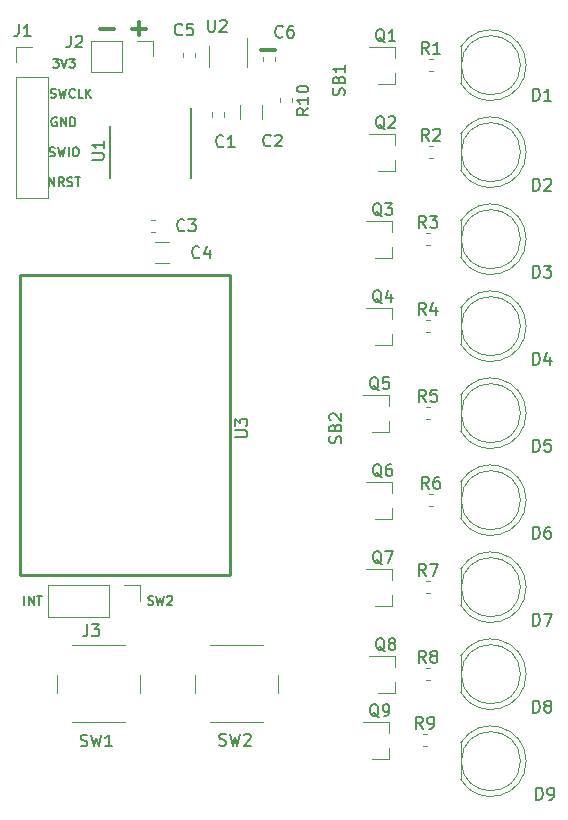
<source format=gbr>
G04 #@! TF.GenerationSoftware,KiCad,Pcbnew,(5.1.5-0-10_14)*
G04 #@! TF.CreationDate,2020-02-27T20:03:29-05:00*
G04 #@! TF.ProjectId,led_level_pcb,6c65645f-6c65-4766-956c-5f7063622e6b,rev?*
G04 #@! TF.SameCoordinates,Original*
G04 #@! TF.FileFunction,Legend,Top*
G04 #@! TF.FilePolarity,Positive*
%FSLAX46Y46*%
G04 Gerber Fmt 4.6, Leading zero omitted, Abs format (unit mm)*
G04 Created by KiCad (PCBNEW (5.1.5-0-10_14)) date 2020-02-27 20:03:29*
%MOMM*%
%LPD*%
G04 APERTURE LIST*
%ADD10C,0.127000*%
%ADD11C,0.300000*%
%ADD12C,0.120000*%
%ADD13C,0.254000*%
%ADD14C,0.150000*%
G04 APERTURE END LIST*
D10*
X184866642Y-36920714D02*
X184866642Y-36158714D01*
X185302071Y-36920714D01*
X185302071Y-36158714D01*
X186100357Y-36920714D02*
X185846357Y-36557857D01*
X185664928Y-36920714D02*
X185664928Y-36158714D01*
X185955214Y-36158714D01*
X186027785Y-36195000D01*
X186064071Y-36231285D01*
X186100357Y-36303857D01*
X186100357Y-36412714D01*
X186064071Y-36485285D01*
X186027785Y-36521571D01*
X185955214Y-36557857D01*
X185664928Y-36557857D01*
X186390642Y-36884428D02*
X186499500Y-36920714D01*
X186680928Y-36920714D01*
X186753500Y-36884428D01*
X186789785Y-36848142D01*
X186826071Y-36775571D01*
X186826071Y-36703000D01*
X186789785Y-36630428D01*
X186753500Y-36594142D01*
X186680928Y-36557857D01*
X186535785Y-36521571D01*
X186463214Y-36485285D01*
X186426928Y-36449000D01*
X186390642Y-36376428D01*
X186390642Y-36303857D01*
X186426928Y-36231285D01*
X186463214Y-36195000D01*
X186535785Y-36158714D01*
X186717214Y-36158714D01*
X186826071Y-36195000D01*
X187043785Y-36158714D02*
X187479214Y-36158714D01*
X187261500Y-36920714D02*
X187261500Y-36158714D01*
X184884785Y-34344428D02*
X184993642Y-34380714D01*
X185175071Y-34380714D01*
X185247642Y-34344428D01*
X185283928Y-34308142D01*
X185320214Y-34235571D01*
X185320214Y-34163000D01*
X185283928Y-34090428D01*
X185247642Y-34054142D01*
X185175071Y-34017857D01*
X185029928Y-33981571D01*
X184957357Y-33945285D01*
X184921071Y-33909000D01*
X184884785Y-33836428D01*
X184884785Y-33763857D01*
X184921071Y-33691285D01*
X184957357Y-33655000D01*
X185029928Y-33618714D01*
X185211357Y-33618714D01*
X185320214Y-33655000D01*
X185574214Y-33618714D02*
X185755642Y-34380714D01*
X185900785Y-33836428D01*
X186045928Y-34380714D01*
X186227357Y-33618714D01*
X186517642Y-34380714D02*
X186517642Y-33618714D01*
X187025642Y-33618714D02*
X187170785Y-33618714D01*
X187243357Y-33655000D01*
X187315928Y-33727571D01*
X187352214Y-33872714D01*
X187352214Y-34126714D01*
X187315928Y-34271857D01*
X187243357Y-34344428D01*
X187170785Y-34380714D01*
X187025642Y-34380714D01*
X186953071Y-34344428D01*
X186880500Y-34271857D01*
X186844214Y-34126714D01*
X186844214Y-33872714D01*
X186880500Y-33727571D01*
X186953071Y-33655000D01*
X187025642Y-33618714D01*
X185474428Y-31115000D02*
X185401857Y-31078714D01*
X185293000Y-31078714D01*
X185184142Y-31115000D01*
X185111571Y-31187571D01*
X185075285Y-31260142D01*
X185039000Y-31405285D01*
X185039000Y-31514142D01*
X185075285Y-31659285D01*
X185111571Y-31731857D01*
X185184142Y-31804428D01*
X185293000Y-31840714D01*
X185365571Y-31840714D01*
X185474428Y-31804428D01*
X185510714Y-31768142D01*
X185510714Y-31514142D01*
X185365571Y-31514142D01*
X185837285Y-31840714D02*
X185837285Y-31078714D01*
X186272714Y-31840714D01*
X186272714Y-31078714D01*
X186635571Y-31840714D02*
X186635571Y-31078714D01*
X186817000Y-31078714D01*
X186925857Y-31115000D01*
X186998428Y-31187571D01*
X187034714Y-31260142D01*
X187071000Y-31405285D01*
X187071000Y-31514142D01*
X187034714Y-31659285D01*
X186998428Y-31731857D01*
X186925857Y-31804428D01*
X186817000Y-31840714D01*
X186635571Y-31840714D01*
X184966428Y-29391428D02*
X185075285Y-29427714D01*
X185256714Y-29427714D01*
X185329285Y-29391428D01*
X185365571Y-29355142D01*
X185401857Y-29282571D01*
X185401857Y-29210000D01*
X185365571Y-29137428D01*
X185329285Y-29101142D01*
X185256714Y-29064857D01*
X185111571Y-29028571D01*
X185039000Y-28992285D01*
X185002714Y-28956000D01*
X184966428Y-28883428D01*
X184966428Y-28810857D01*
X185002714Y-28738285D01*
X185039000Y-28702000D01*
X185111571Y-28665714D01*
X185293000Y-28665714D01*
X185401857Y-28702000D01*
X185655857Y-28665714D02*
X185837285Y-29427714D01*
X185982428Y-28883428D01*
X186127571Y-29427714D01*
X186309000Y-28665714D01*
X187034714Y-29355142D02*
X186998428Y-29391428D01*
X186889571Y-29427714D01*
X186817000Y-29427714D01*
X186708142Y-29391428D01*
X186635571Y-29318857D01*
X186599285Y-29246285D01*
X186563000Y-29101142D01*
X186563000Y-28992285D01*
X186599285Y-28847142D01*
X186635571Y-28774571D01*
X186708142Y-28702000D01*
X186817000Y-28665714D01*
X186889571Y-28665714D01*
X186998428Y-28702000D01*
X187034714Y-28738285D01*
X187724142Y-29427714D02*
X187361285Y-29427714D01*
X187361285Y-28665714D01*
X187978142Y-29427714D02*
X187978142Y-28665714D01*
X188413571Y-29427714D02*
X188087000Y-28992285D01*
X188413571Y-28665714D02*
X187978142Y-29101142D01*
X185175071Y-26125714D02*
X185646785Y-26125714D01*
X185392785Y-26416000D01*
X185501642Y-26416000D01*
X185574214Y-26452285D01*
X185610500Y-26488571D01*
X185646785Y-26561142D01*
X185646785Y-26742571D01*
X185610500Y-26815142D01*
X185574214Y-26851428D01*
X185501642Y-26887714D01*
X185283928Y-26887714D01*
X185211357Y-26851428D01*
X185175071Y-26815142D01*
X185864500Y-26125714D02*
X186118500Y-26887714D01*
X186372500Y-26125714D01*
X186553928Y-26125714D02*
X187025642Y-26125714D01*
X186771642Y-26416000D01*
X186880500Y-26416000D01*
X186953071Y-26452285D01*
X186989357Y-26488571D01*
X187025642Y-26561142D01*
X187025642Y-26742571D01*
X186989357Y-26815142D01*
X186953071Y-26851428D01*
X186880500Y-26887714D01*
X186662785Y-26887714D01*
X186590214Y-26851428D01*
X186553928Y-26815142D01*
X182762071Y-72353714D02*
X182762071Y-71591714D01*
X183124928Y-72353714D02*
X183124928Y-71591714D01*
X183560357Y-72353714D01*
X183560357Y-71591714D01*
X183814357Y-71591714D02*
X184249785Y-71591714D01*
X184032071Y-72353714D02*
X184032071Y-71591714D01*
D11*
X193039928Y-23578357D02*
X191897071Y-23578357D01*
X192468500Y-23006928D02*
X192468500Y-24149785D01*
D10*
X193230500Y-72317428D02*
X193339357Y-72353714D01*
X193520785Y-72353714D01*
X193593357Y-72317428D01*
X193629642Y-72281142D01*
X193665928Y-72208571D01*
X193665928Y-72136000D01*
X193629642Y-72063428D01*
X193593357Y-72027142D01*
X193520785Y-71990857D01*
X193375642Y-71954571D01*
X193303071Y-71918285D01*
X193266785Y-71882000D01*
X193230500Y-71809428D01*
X193230500Y-71736857D01*
X193266785Y-71664285D01*
X193303071Y-71628000D01*
X193375642Y-71591714D01*
X193557071Y-71591714D01*
X193665928Y-71628000D01*
X193919928Y-71591714D02*
X194101357Y-72353714D01*
X194246500Y-71809428D01*
X194391642Y-72353714D01*
X194573071Y-71591714D01*
X194827071Y-71664285D02*
X194863357Y-71628000D01*
X194935928Y-71591714D01*
X195117357Y-71591714D01*
X195189928Y-71628000D01*
X195226214Y-71664285D01*
X195262500Y-71736857D01*
X195262500Y-71809428D01*
X195226214Y-71918285D01*
X194790785Y-72353714D01*
X195262500Y-72353714D01*
D11*
X202825569Y-25390184D02*
X203968426Y-25390184D01*
X190309428Y-23641857D02*
X189166571Y-23641857D01*
D12*
X204404500Y-29483233D02*
X204404500Y-29825767D01*
X205424500Y-29483233D02*
X205424500Y-29825767D01*
X216490733Y-84330000D02*
X216833267Y-84330000D01*
X216490733Y-83310000D02*
X216833267Y-83310000D01*
X216744733Y-78742000D02*
X217087267Y-78742000D01*
X216744733Y-77722000D02*
X217087267Y-77722000D01*
X216744733Y-71376000D02*
X217087267Y-71376000D01*
X216744733Y-70356000D02*
X217087267Y-70356000D01*
X216998733Y-64010000D02*
X217341267Y-64010000D01*
X216998733Y-62990000D02*
X217341267Y-62990000D01*
X216744733Y-56644000D02*
X217087267Y-56644000D01*
X216744733Y-55624000D02*
X217087267Y-55624000D01*
X216744733Y-49278000D02*
X217087267Y-49278000D01*
X216744733Y-48258000D02*
X217087267Y-48258000D01*
X216744733Y-41912000D02*
X217087267Y-41912000D01*
X216744733Y-40892000D02*
X217087267Y-40892000D01*
X216998733Y-34546000D02*
X217341267Y-34546000D01*
X216998733Y-33526000D02*
X217341267Y-33526000D01*
X216998733Y-27180000D02*
X217341267Y-27180000D01*
X216998733Y-26160000D02*
X217341267Y-26160000D01*
D13*
X200152000Y-69850000D02*
X182372000Y-69850000D01*
X182372000Y-69850000D02*
X182372000Y-44450000D01*
X182372000Y-44450000D02*
X200152000Y-44450000D01*
X200152000Y-69850000D02*
X200152000Y-44450000D01*
D12*
X198415000Y-25008000D02*
X198415000Y-26808000D01*
X201635000Y-26808000D02*
X201635000Y-24358000D01*
X219690000Y-84053000D02*
X219690000Y-87143000D01*
X224750000Y-85598000D02*
G75*
G03X224750000Y-85598000I-2500000J0D01*
G01*
X225240000Y-85597538D02*
G75*
G02X219690000Y-87142830I-2990000J-462D01*
G01*
X225240000Y-85598462D02*
G75*
G03X219690000Y-84053170I-2990000J462D01*
G01*
X225240000Y-26670462D02*
G75*
G03X219690000Y-25125170I-2990000J462D01*
G01*
X225240000Y-26669538D02*
G75*
G02X219690000Y-28214830I-2990000J-462D01*
G01*
X224750000Y-26670000D02*
G75*
G03X224750000Y-26670000I-2500000J0D01*
G01*
X219690000Y-25125000D02*
X219690000Y-28215000D01*
X225240000Y-34036462D02*
G75*
G03X219690000Y-32491170I-2990000J462D01*
G01*
X225240000Y-34035538D02*
G75*
G02X219690000Y-35580830I-2990000J-462D01*
G01*
X224750000Y-34036000D02*
G75*
G03X224750000Y-34036000I-2500000J0D01*
G01*
X219690000Y-32491000D02*
X219690000Y-35581000D01*
X219690000Y-39857000D02*
X219690000Y-42947000D01*
X224750000Y-41402000D02*
G75*
G03X224750000Y-41402000I-2500000J0D01*
G01*
X225240000Y-41401538D02*
G75*
G02X219690000Y-42946830I-2990000J-462D01*
G01*
X225240000Y-41402462D02*
G75*
G03X219690000Y-39857170I-2990000J462D01*
G01*
X219690000Y-47223000D02*
X219690000Y-50313000D01*
X224750000Y-48768000D02*
G75*
G03X224750000Y-48768000I-2500000J0D01*
G01*
X225240000Y-48767538D02*
G75*
G02X219690000Y-50312830I-2990000J-462D01*
G01*
X225240000Y-48768462D02*
G75*
G03X219690000Y-47223170I-2990000J462D01*
G01*
X225240000Y-56134462D02*
G75*
G03X219690000Y-54589170I-2990000J462D01*
G01*
X225240000Y-56133538D02*
G75*
G02X219690000Y-57678830I-2990000J-462D01*
G01*
X224750000Y-56134000D02*
G75*
G03X224750000Y-56134000I-2500000J0D01*
G01*
X219690000Y-54589000D02*
X219690000Y-57679000D01*
X225240000Y-63500462D02*
G75*
G03X219690000Y-61955170I-2990000J462D01*
G01*
X225240000Y-63499538D02*
G75*
G02X219690000Y-65044830I-2990000J-462D01*
G01*
X224750000Y-63500000D02*
G75*
G03X224750000Y-63500000I-2500000J0D01*
G01*
X219690000Y-61955000D02*
X219690000Y-65045000D01*
X219690000Y-69321000D02*
X219690000Y-72411000D01*
X224750000Y-70866000D02*
G75*
G03X224750000Y-70866000I-2500000J0D01*
G01*
X225240000Y-70865538D02*
G75*
G02X219690000Y-72410830I-2990000J-462D01*
G01*
X225240000Y-70866462D02*
G75*
G03X219690000Y-69321170I-2990000J462D01*
G01*
X225240000Y-78232462D02*
G75*
G03X219690000Y-76687170I-2990000J462D01*
G01*
X225240000Y-78231538D02*
G75*
G02X219690000Y-79776830I-2990000J-462D01*
G01*
X224750000Y-78232000D02*
G75*
G03X224750000Y-78232000I-2500000J0D01*
G01*
X219690000Y-76687000D02*
X219690000Y-79777000D01*
X182058000Y-37906000D02*
X184718000Y-37906000D01*
X182058000Y-27686000D02*
X182058000Y-37906000D01*
X184718000Y-27686000D02*
X184718000Y-37906000D01*
X182058000Y-27686000D02*
X184718000Y-27686000D01*
X182058000Y-26416000D02*
X182058000Y-25086000D01*
X182058000Y-25086000D02*
X183388000Y-25086000D01*
X188408000Y-24578000D02*
X188408000Y-27238000D01*
X191008000Y-24578000D02*
X188408000Y-24578000D01*
X191008000Y-27238000D02*
X188408000Y-27238000D01*
X191008000Y-24578000D02*
X191008000Y-27238000D01*
X192278000Y-24578000D02*
X193608000Y-24578000D01*
X193608000Y-24578000D02*
X193608000Y-25908000D01*
X214120000Y-28250000D02*
X212660000Y-28250000D01*
X214120000Y-25090000D02*
X211960000Y-25090000D01*
X214120000Y-25090000D02*
X214120000Y-26020000D01*
X214120000Y-28250000D02*
X214120000Y-27320000D01*
X214120000Y-35616000D02*
X214120000Y-34686000D01*
X214120000Y-32456000D02*
X214120000Y-33386000D01*
X214120000Y-32456000D02*
X211960000Y-32456000D01*
X214120000Y-35616000D02*
X212660000Y-35616000D01*
X213866000Y-42982000D02*
X213866000Y-42052000D01*
X213866000Y-39822000D02*
X213866000Y-40752000D01*
X213866000Y-39822000D02*
X211706000Y-39822000D01*
X213866000Y-42982000D02*
X212406000Y-42982000D01*
X213866000Y-50348000D02*
X212406000Y-50348000D01*
X213866000Y-47188000D02*
X211706000Y-47188000D01*
X213866000Y-47188000D02*
X213866000Y-48118000D01*
X213866000Y-50348000D02*
X213866000Y-49418000D01*
X213612000Y-57714000D02*
X213612000Y-56784000D01*
X213612000Y-54554000D02*
X213612000Y-55484000D01*
X213612000Y-54554000D02*
X211452000Y-54554000D01*
X213612000Y-57714000D02*
X212152000Y-57714000D01*
X213866000Y-65080000D02*
X212406000Y-65080000D01*
X213866000Y-61920000D02*
X211706000Y-61920000D01*
X213866000Y-61920000D02*
X213866000Y-62850000D01*
X213866000Y-65080000D02*
X213866000Y-64150000D01*
X213866000Y-72446000D02*
X213866000Y-71516000D01*
X213866000Y-69286000D02*
X213866000Y-70216000D01*
X213866000Y-69286000D02*
X211706000Y-69286000D01*
X213866000Y-72446000D02*
X212406000Y-72446000D01*
X214120000Y-79812000D02*
X212660000Y-79812000D01*
X214120000Y-76652000D02*
X211960000Y-76652000D01*
X214120000Y-76652000D02*
X214120000Y-77582000D01*
X214120000Y-79812000D02*
X214120000Y-78882000D01*
X213612000Y-85400000D02*
X213612000Y-84470000D01*
X213612000Y-82240000D02*
X213612000Y-83170000D01*
X213612000Y-82240000D02*
X211452000Y-82240000D01*
X213612000Y-85400000D02*
X212152000Y-85400000D01*
X185528000Y-78280000D02*
X185528000Y-79780000D01*
X186778000Y-82280000D02*
X191278000Y-82280000D01*
X192528000Y-79780000D02*
X192528000Y-78280000D01*
X191278000Y-75780000D02*
X186778000Y-75780000D01*
X202962000Y-75780000D02*
X198462000Y-75780000D01*
X204212000Y-79780000D02*
X204212000Y-78280000D01*
X198462000Y-82280000D02*
X202962000Y-82280000D01*
X197212000Y-78280000D02*
X197212000Y-79780000D01*
D14*
X189984998Y-31792042D02*
X189984998Y-36242042D01*
X196884998Y-30267042D02*
X196884998Y-36242042D01*
D12*
X184794998Y-70689042D02*
X184794998Y-73349042D01*
X189934998Y-70689042D02*
X184794998Y-70689042D01*
X189934998Y-73349042D02*
X184794998Y-73349042D01*
X189934998Y-70689042D02*
X189934998Y-73349042D01*
X191204998Y-70689042D02*
X192534998Y-70689042D01*
X192534998Y-70689042D02*
X192534998Y-72019042D01*
X199659998Y-30670775D02*
X199659998Y-31013309D01*
X198639998Y-30670775D02*
X198639998Y-31013309D01*
X202840000Y-30004936D02*
X202840000Y-31209064D01*
X201020000Y-30004936D02*
X201020000Y-31209064D01*
X193846267Y-39749000D02*
X193503733Y-39749000D01*
X193846267Y-40769000D02*
X193503733Y-40769000D01*
X195039064Y-41635000D02*
X193834936Y-41635000D01*
X195039064Y-43455000D02*
X193834936Y-43455000D01*
X197233000Y-25609733D02*
X197233000Y-25952267D01*
X196213000Y-25609733D02*
X196213000Y-25952267D01*
X203964000Y-26319267D02*
X203964000Y-25976733D01*
X202944000Y-26319267D02*
X202944000Y-25976733D01*
D14*
X206796880Y-30297357D02*
X206320690Y-30630690D01*
X206796880Y-30868785D02*
X205796880Y-30868785D01*
X205796880Y-30487833D01*
X205844500Y-30392595D01*
X205892119Y-30344976D01*
X205987357Y-30297357D01*
X206130214Y-30297357D01*
X206225452Y-30344976D01*
X206273071Y-30392595D01*
X206320690Y-30487833D01*
X206320690Y-30868785D01*
X206796880Y-29344976D02*
X206796880Y-29916404D01*
X206796880Y-29630690D02*
X205796880Y-29630690D01*
X205939738Y-29725928D01*
X206034976Y-29821166D01*
X206082595Y-29916404D01*
X205796880Y-28725928D02*
X205796880Y-28630690D01*
X205844500Y-28535452D01*
X205892119Y-28487833D01*
X205987357Y-28440214D01*
X206177833Y-28392595D01*
X206415928Y-28392595D01*
X206606404Y-28440214D01*
X206701642Y-28487833D01*
X206749261Y-28535452D01*
X206796880Y-28630690D01*
X206796880Y-28725928D01*
X206749261Y-28821166D01*
X206701642Y-28868785D01*
X206606404Y-28916404D01*
X206415928Y-28964023D01*
X206177833Y-28964023D01*
X205987357Y-28916404D01*
X205892119Y-28868785D01*
X205844500Y-28821166D01*
X205796880Y-28725928D01*
X216495333Y-82842380D02*
X216162000Y-82366190D01*
X215923904Y-82842380D02*
X215923904Y-81842380D01*
X216304857Y-81842380D01*
X216400095Y-81890000D01*
X216447714Y-81937619D01*
X216495333Y-82032857D01*
X216495333Y-82175714D01*
X216447714Y-82270952D01*
X216400095Y-82318571D01*
X216304857Y-82366190D01*
X215923904Y-82366190D01*
X216971523Y-82842380D02*
X217162000Y-82842380D01*
X217257238Y-82794761D01*
X217304857Y-82747142D01*
X217400095Y-82604285D01*
X217447714Y-82413809D01*
X217447714Y-82032857D01*
X217400095Y-81937619D01*
X217352476Y-81890000D01*
X217257238Y-81842380D01*
X217066761Y-81842380D01*
X216971523Y-81890000D01*
X216923904Y-81937619D01*
X216876285Y-82032857D01*
X216876285Y-82270952D01*
X216923904Y-82366190D01*
X216971523Y-82413809D01*
X217066761Y-82461428D01*
X217257238Y-82461428D01*
X217352476Y-82413809D01*
X217400095Y-82366190D01*
X217447714Y-82270952D01*
X216749333Y-77254380D02*
X216416000Y-76778190D01*
X216177904Y-77254380D02*
X216177904Y-76254380D01*
X216558857Y-76254380D01*
X216654095Y-76302000D01*
X216701714Y-76349619D01*
X216749333Y-76444857D01*
X216749333Y-76587714D01*
X216701714Y-76682952D01*
X216654095Y-76730571D01*
X216558857Y-76778190D01*
X216177904Y-76778190D01*
X217320761Y-76682952D02*
X217225523Y-76635333D01*
X217177904Y-76587714D01*
X217130285Y-76492476D01*
X217130285Y-76444857D01*
X217177904Y-76349619D01*
X217225523Y-76302000D01*
X217320761Y-76254380D01*
X217511238Y-76254380D01*
X217606476Y-76302000D01*
X217654095Y-76349619D01*
X217701714Y-76444857D01*
X217701714Y-76492476D01*
X217654095Y-76587714D01*
X217606476Y-76635333D01*
X217511238Y-76682952D01*
X217320761Y-76682952D01*
X217225523Y-76730571D01*
X217177904Y-76778190D01*
X217130285Y-76873428D01*
X217130285Y-77063904D01*
X217177904Y-77159142D01*
X217225523Y-77206761D01*
X217320761Y-77254380D01*
X217511238Y-77254380D01*
X217606476Y-77206761D01*
X217654095Y-77159142D01*
X217701714Y-77063904D01*
X217701714Y-76873428D01*
X217654095Y-76778190D01*
X217606476Y-76730571D01*
X217511238Y-76682952D01*
X216749333Y-69888380D02*
X216416000Y-69412190D01*
X216177904Y-69888380D02*
X216177904Y-68888380D01*
X216558857Y-68888380D01*
X216654095Y-68936000D01*
X216701714Y-68983619D01*
X216749333Y-69078857D01*
X216749333Y-69221714D01*
X216701714Y-69316952D01*
X216654095Y-69364571D01*
X216558857Y-69412190D01*
X216177904Y-69412190D01*
X217082666Y-68888380D02*
X217749333Y-68888380D01*
X217320761Y-69888380D01*
X217003333Y-62522380D02*
X216670000Y-62046190D01*
X216431904Y-62522380D02*
X216431904Y-61522380D01*
X216812857Y-61522380D01*
X216908095Y-61570000D01*
X216955714Y-61617619D01*
X217003333Y-61712857D01*
X217003333Y-61855714D01*
X216955714Y-61950952D01*
X216908095Y-61998571D01*
X216812857Y-62046190D01*
X216431904Y-62046190D01*
X217860476Y-61522380D02*
X217670000Y-61522380D01*
X217574761Y-61570000D01*
X217527142Y-61617619D01*
X217431904Y-61760476D01*
X217384285Y-61950952D01*
X217384285Y-62331904D01*
X217431904Y-62427142D01*
X217479523Y-62474761D01*
X217574761Y-62522380D01*
X217765238Y-62522380D01*
X217860476Y-62474761D01*
X217908095Y-62427142D01*
X217955714Y-62331904D01*
X217955714Y-62093809D01*
X217908095Y-61998571D01*
X217860476Y-61950952D01*
X217765238Y-61903333D01*
X217574761Y-61903333D01*
X217479523Y-61950952D01*
X217431904Y-61998571D01*
X217384285Y-62093809D01*
X216749333Y-55156380D02*
X216416000Y-54680190D01*
X216177904Y-55156380D02*
X216177904Y-54156380D01*
X216558857Y-54156380D01*
X216654095Y-54204000D01*
X216701714Y-54251619D01*
X216749333Y-54346857D01*
X216749333Y-54489714D01*
X216701714Y-54584952D01*
X216654095Y-54632571D01*
X216558857Y-54680190D01*
X216177904Y-54680190D01*
X217654095Y-54156380D02*
X217177904Y-54156380D01*
X217130285Y-54632571D01*
X217177904Y-54584952D01*
X217273142Y-54537333D01*
X217511238Y-54537333D01*
X217606476Y-54584952D01*
X217654095Y-54632571D01*
X217701714Y-54727809D01*
X217701714Y-54965904D01*
X217654095Y-55061142D01*
X217606476Y-55108761D01*
X217511238Y-55156380D01*
X217273142Y-55156380D01*
X217177904Y-55108761D01*
X217130285Y-55061142D01*
X216749333Y-47790380D02*
X216416000Y-47314190D01*
X216177904Y-47790380D02*
X216177904Y-46790380D01*
X216558857Y-46790380D01*
X216654095Y-46838000D01*
X216701714Y-46885619D01*
X216749333Y-46980857D01*
X216749333Y-47123714D01*
X216701714Y-47218952D01*
X216654095Y-47266571D01*
X216558857Y-47314190D01*
X216177904Y-47314190D01*
X217606476Y-47123714D02*
X217606476Y-47790380D01*
X217368380Y-46742761D02*
X217130285Y-47457047D01*
X217749333Y-47457047D01*
X216749333Y-40424380D02*
X216416000Y-39948190D01*
X216177904Y-40424380D02*
X216177904Y-39424380D01*
X216558857Y-39424380D01*
X216654095Y-39472000D01*
X216701714Y-39519619D01*
X216749333Y-39614857D01*
X216749333Y-39757714D01*
X216701714Y-39852952D01*
X216654095Y-39900571D01*
X216558857Y-39948190D01*
X216177904Y-39948190D01*
X217082666Y-39424380D02*
X217701714Y-39424380D01*
X217368380Y-39805333D01*
X217511238Y-39805333D01*
X217606476Y-39852952D01*
X217654095Y-39900571D01*
X217701714Y-39995809D01*
X217701714Y-40233904D01*
X217654095Y-40329142D01*
X217606476Y-40376761D01*
X217511238Y-40424380D01*
X217225523Y-40424380D01*
X217130285Y-40376761D01*
X217082666Y-40329142D01*
X217003333Y-33058380D02*
X216670000Y-32582190D01*
X216431904Y-33058380D02*
X216431904Y-32058380D01*
X216812857Y-32058380D01*
X216908095Y-32106000D01*
X216955714Y-32153619D01*
X217003333Y-32248857D01*
X217003333Y-32391714D01*
X216955714Y-32486952D01*
X216908095Y-32534571D01*
X216812857Y-32582190D01*
X216431904Y-32582190D01*
X217384285Y-32153619D02*
X217431904Y-32106000D01*
X217527142Y-32058380D01*
X217765238Y-32058380D01*
X217860476Y-32106000D01*
X217908095Y-32153619D01*
X217955714Y-32248857D01*
X217955714Y-32344095D01*
X217908095Y-32486952D01*
X217336666Y-33058380D01*
X217955714Y-33058380D01*
X217003333Y-25692380D02*
X216670000Y-25216190D01*
X216431904Y-25692380D02*
X216431904Y-24692380D01*
X216812857Y-24692380D01*
X216908095Y-24740000D01*
X216955714Y-24787619D01*
X217003333Y-24882857D01*
X217003333Y-25025714D01*
X216955714Y-25120952D01*
X216908095Y-25168571D01*
X216812857Y-25216190D01*
X216431904Y-25216190D01*
X217955714Y-25692380D02*
X217384285Y-25692380D01*
X217670000Y-25692380D02*
X217670000Y-24692380D01*
X217574761Y-24835238D01*
X217479523Y-24930476D01*
X217384285Y-24978095D01*
X200620380Y-58165904D02*
X201429904Y-58165904D01*
X201525142Y-58118285D01*
X201572761Y-58070666D01*
X201620380Y-57975428D01*
X201620380Y-57784952D01*
X201572761Y-57689714D01*
X201525142Y-57642095D01*
X201429904Y-57594476D01*
X200620380Y-57594476D01*
X200620380Y-57213523D02*
X200620380Y-56594476D01*
X201001333Y-56927809D01*
X201001333Y-56784952D01*
X201048952Y-56689714D01*
X201096571Y-56642095D01*
X201191809Y-56594476D01*
X201429904Y-56594476D01*
X201525142Y-56642095D01*
X201572761Y-56689714D01*
X201620380Y-56784952D01*
X201620380Y-57070666D01*
X201572761Y-57165904D01*
X201525142Y-57213523D01*
X198317093Y-22830422D02*
X198317093Y-23639946D01*
X198364712Y-23735184D01*
X198412331Y-23782803D01*
X198507569Y-23830422D01*
X198698045Y-23830422D01*
X198793283Y-23782803D01*
X198840902Y-23735184D01*
X198888521Y-23639946D01*
X198888521Y-22830422D01*
X199317093Y-22925661D02*
X199364712Y-22878042D01*
X199459950Y-22830422D01*
X199698045Y-22830422D01*
X199793283Y-22878042D01*
X199840902Y-22925661D01*
X199888521Y-23020899D01*
X199888521Y-23116137D01*
X199840902Y-23258994D01*
X199269474Y-23830422D01*
X199888521Y-23830422D01*
X226083904Y-88844380D02*
X226083904Y-87844380D01*
X226322000Y-87844380D01*
X226464857Y-87892000D01*
X226560095Y-87987238D01*
X226607714Y-88082476D01*
X226655333Y-88272952D01*
X226655333Y-88415809D01*
X226607714Y-88606285D01*
X226560095Y-88701523D01*
X226464857Y-88796761D01*
X226322000Y-88844380D01*
X226083904Y-88844380D01*
X227131523Y-88844380D02*
X227322000Y-88844380D01*
X227417238Y-88796761D01*
X227464857Y-88749142D01*
X227560095Y-88606285D01*
X227607714Y-88415809D01*
X227607714Y-88034857D01*
X227560095Y-87939619D01*
X227512476Y-87892000D01*
X227417238Y-87844380D01*
X227226761Y-87844380D01*
X227131523Y-87892000D01*
X227083904Y-87939619D01*
X227036285Y-88034857D01*
X227036285Y-88272952D01*
X227083904Y-88368190D01*
X227131523Y-88415809D01*
X227226761Y-88463428D01*
X227417238Y-88463428D01*
X227512476Y-88415809D01*
X227560095Y-88368190D01*
X227607714Y-88272952D01*
X225829904Y-29662380D02*
X225829904Y-28662380D01*
X226068000Y-28662380D01*
X226210857Y-28710000D01*
X226306095Y-28805238D01*
X226353714Y-28900476D01*
X226401333Y-29090952D01*
X226401333Y-29233809D01*
X226353714Y-29424285D01*
X226306095Y-29519523D01*
X226210857Y-29614761D01*
X226068000Y-29662380D01*
X225829904Y-29662380D01*
X227353714Y-29662380D02*
X226782285Y-29662380D01*
X227068000Y-29662380D02*
X227068000Y-28662380D01*
X226972761Y-28805238D01*
X226877523Y-28900476D01*
X226782285Y-28948095D01*
X225829904Y-37282380D02*
X225829904Y-36282380D01*
X226068000Y-36282380D01*
X226210857Y-36330000D01*
X226306095Y-36425238D01*
X226353714Y-36520476D01*
X226401333Y-36710952D01*
X226401333Y-36853809D01*
X226353714Y-37044285D01*
X226306095Y-37139523D01*
X226210857Y-37234761D01*
X226068000Y-37282380D01*
X225829904Y-37282380D01*
X226782285Y-36377619D02*
X226829904Y-36330000D01*
X226925142Y-36282380D01*
X227163238Y-36282380D01*
X227258476Y-36330000D01*
X227306095Y-36377619D01*
X227353714Y-36472857D01*
X227353714Y-36568095D01*
X227306095Y-36710952D01*
X226734666Y-37282380D01*
X227353714Y-37282380D01*
X225829904Y-44648380D02*
X225829904Y-43648380D01*
X226068000Y-43648380D01*
X226210857Y-43696000D01*
X226306095Y-43791238D01*
X226353714Y-43886476D01*
X226401333Y-44076952D01*
X226401333Y-44219809D01*
X226353714Y-44410285D01*
X226306095Y-44505523D01*
X226210857Y-44600761D01*
X226068000Y-44648380D01*
X225829904Y-44648380D01*
X226734666Y-43648380D02*
X227353714Y-43648380D01*
X227020380Y-44029333D01*
X227163238Y-44029333D01*
X227258476Y-44076952D01*
X227306095Y-44124571D01*
X227353714Y-44219809D01*
X227353714Y-44457904D01*
X227306095Y-44553142D01*
X227258476Y-44600761D01*
X227163238Y-44648380D01*
X226877523Y-44648380D01*
X226782285Y-44600761D01*
X226734666Y-44553142D01*
X225829904Y-52014380D02*
X225829904Y-51014380D01*
X226068000Y-51014380D01*
X226210857Y-51062000D01*
X226306095Y-51157238D01*
X226353714Y-51252476D01*
X226401333Y-51442952D01*
X226401333Y-51585809D01*
X226353714Y-51776285D01*
X226306095Y-51871523D01*
X226210857Y-51966761D01*
X226068000Y-52014380D01*
X225829904Y-52014380D01*
X227258476Y-51347714D02*
X227258476Y-52014380D01*
X227020380Y-50966761D02*
X226782285Y-51681047D01*
X227401333Y-51681047D01*
X225829904Y-59380380D02*
X225829904Y-58380380D01*
X226068000Y-58380380D01*
X226210857Y-58428000D01*
X226306095Y-58523238D01*
X226353714Y-58618476D01*
X226401333Y-58808952D01*
X226401333Y-58951809D01*
X226353714Y-59142285D01*
X226306095Y-59237523D01*
X226210857Y-59332761D01*
X226068000Y-59380380D01*
X225829904Y-59380380D01*
X227306095Y-58380380D02*
X226829904Y-58380380D01*
X226782285Y-58856571D01*
X226829904Y-58808952D01*
X226925142Y-58761333D01*
X227163238Y-58761333D01*
X227258476Y-58808952D01*
X227306095Y-58856571D01*
X227353714Y-58951809D01*
X227353714Y-59189904D01*
X227306095Y-59285142D01*
X227258476Y-59332761D01*
X227163238Y-59380380D01*
X226925142Y-59380380D01*
X226829904Y-59332761D01*
X226782285Y-59285142D01*
X225829904Y-66746380D02*
X225829904Y-65746380D01*
X226068000Y-65746380D01*
X226210857Y-65794000D01*
X226306095Y-65889238D01*
X226353714Y-65984476D01*
X226401333Y-66174952D01*
X226401333Y-66317809D01*
X226353714Y-66508285D01*
X226306095Y-66603523D01*
X226210857Y-66698761D01*
X226068000Y-66746380D01*
X225829904Y-66746380D01*
X227258476Y-65746380D02*
X227068000Y-65746380D01*
X226972761Y-65794000D01*
X226925142Y-65841619D01*
X226829904Y-65984476D01*
X226782285Y-66174952D01*
X226782285Y-66555904D01*
X226829904Y-66651142D01*
X226877523Y-66698761D01*
X226972761Y-66746380D01*
X227163238Y-66746380D01*
X227258476Y-66698761D01*
X227306095Y-66651142D01*
X227353714Y-66555904D01*
X227353714Y-66317809D01*
X227306095Y-66222571D01*
X227258476Y-66174952D01*
X227163238Y-66127333D01*
X226972761Y-66127333D01*
X226877523Y-66174952D01*
X226829904Y-66222571D01*
X226782285Y-66317809D01*
X225829904Y-74112380D02*
X225829904Y-73112380D01*
X226068000Y-73112380D01*
X226210857Y-73160000D01*
X226306095Y-73255238D01*
X226353714Y-73350476D01*
X226401333Y-73540952D01*
X226401333Y-73683809D01*
X226353714Y-73874285D01*
X226306095Y-73969523D01*
X226210857Y-74064761D01*
X226068000Y-74112380D01*
X225829904Y-74112380D01*
X226734666Y-73112380D02*
X227401333Y-73112380D01*
X226972761Y-74112380D01*
X225829904Y-81478380D02*
X225829904Y-80478380D01*
X226068000Y-80478380D01*
X226210857Y-80526000D01*
X226306095Y-80621238D01*
X226353714Y-80716476D01*
X226401333Y-80906952D01*
X226401333Y-81049809D01*
X226353714Y-81240285D01*
X226306095Y-81335523D01*
X226210857Y-81430761D01*
X226068000Y-81478380D01*
X225829904Y-81478380D01*
X226972761Y-80906952D02*
X226877523Y-80859333D01*
X226829904Y-80811714D01*
X226782285Y-80716476D01*
X226782285Y-80668857D01*
X226829904Y-80573619D01*
X226877523Y-80526000D01*
X226972761Y-80478380D01*
X227163238Y-80478380D01*
X227258476Y-80526000D01*
X227306095Y-80573619D01*
X227353714Y-80668857D01*
X227353714Y-80716476D01*
X227306095Y-80811714D01*
X227258476Y-80859333D01*
X227163238Y-80906952D01*
X226972761Y-80906952D01*
X226877523Y-80954571D01*
X226829904Y-81002190D01*
X226782285Y-81097428D01*
X226782285Y-81287904D01*
X226829904Y-81383142D01*
X226877523Y-81430761D01*
X226972761Y-81478380D01*
X227163238Y-81478380D01*
X227258476Y-81430761D01*
X227306095Y-81383142D01*
X227353714Y-81287904D01*
X227353714Y-81097428D01*
X227306095Y-81002190D01*
X227258476Y-80954571D01*
X227163238Y-80906952D01*
X182292666Y-23201380D02*
X182292666Y-23915666D01*
X182245047Y-24058523D01*
X182149809Y-24153761D01*
X182006952Y-24201380D01*
X181911714Y-24201380D01*
X183292666Y-24201380D02*
X182721238Y-24201380D01*
X183006952Y-24201380D02*
X183006952Y-23201380D01*
X182911714Y-23344238D01*
X182816476Y-23439476D01*
X182721238Y-23487095D01*
X186674166Y-24153880D02*
X186674166Y-24868166D01*
X186626547Y-25011023D01*
X186531309Y-25106261D01*
X186388452Y-25153880D01*
X186293214Y-25153880D01*
X187102738Y-24249119D02*
X187150357Y-24201500D01*
X187245595Y-24153880D01*
X187483690Y-24153880D01*
X187578928Y-24201500D01*
X187626547Y-24249119D01*
X187674166Y-24344357D01*
X187674166Y-24439595D01*
X187626547Y-24582452D01*
X187055119Y-25153880D01*
X187674166Y-25153880D01*
X213264761Y-24717619D02*
X213169523Y-24670000D01*
X213074285Y-24574761D01*
X212931428Y-24431904D01*
X212836190Y-24384285D01*
X212740952Y-24384285D01*
X212788571Y-24622380D02*
X212693333Y-24574761D01*
X212598095Y-24479523D01*
X212550476Y-24289047D01*
X212550476Y-23955714D01*
X212598095Y-23765238D01*
X212693333Y-23670000D01*
X212788571Y-23622380D01*
X212979047Y-23622380D01*
X213074285Y-23670000D01*
X213169523Y-23765238D01*
X213217142Y-23955714D01*
X213217142Y-24289047D01*
X213169523Y-24479523D01*
X213074285Y-24574761D01*
X212979047Y-24622380D01*
X212788571Y-24622380D01*
X214169523Y-24622380D02*
X213598095Y-24622380D01*
X213883809Y-24622380D02*
X213883809Y-23622380D01*
X213788571Y-23765238D01*
X213693333Y-23860476D01*
X213598095Y-23908095D01*
X213264761Y-32083619D02*
X213169523Y-32036000D01*
X213074285Y-31940761D01*
X212931428Y-31797904D01*
X212836190Y-31750285D01*
X212740952Y-31750285D01*
X212788571Y-31988380D02*
X212693333Y-31940761D01*
X212598095Y-31845523D01*
X212550476Y-31655047D01*
X212550476Y-31321714D01*
X212598095Y-31131238D01*
X212693333Y-31036000D01*
X212788571Y-30988380D01*
X212979047Y-30988380D01*
X213074285Y-31036000D01*
X213169523Y-31131238D01*
X213217142Y-31321714D01*
X213217142Y-31655047D01*
X213169523Y-31845523D01*
X213074285Y-31940761D01*
X212979047Y-31988380D01*
X212788571Y-31988380D01*
X213598095Y-31083619D02*
X213645714Y-31036000D01*
X213740952Y-30988380D01*
X213979047Y-30988380D01*
X214074285Y-31036000D01*
X214121904Y-31083619D01*
X214169523Y-31178857D01*
X214169523Y-31274095D01*
X214121904Y-31416952D01*
X213550476Y-31988380D01*
X214169523Y-31988380D01*
X213010761Y-39449619D02*
X212915523Y-39402000D01*
X212820285Y-39306761D01*
X212677428Y-39163904D01*
X212582190Y-39116285D01*
X212486952Y-39116285D01*
X212534571Y-39354380D02*
X212439333Y-39306761D01*
X212344095Y-39211523D01*
X212296476Y-39021047D01*
X212296476Y-38687714D01*
X212344095Y-38497238D01*
X212439333Y-38402000D01*
X212534571Y-38354380D01*
X212725047Y-38354380D01*
X212820285Y-38402000D01*
X212915523Y-38497238D01*
X212963142Y-38687714D01*
X212963142Y-39021047D01*
X212915523Y-39211523D01*
X212820285Y-39306761D01*
X212725047Y-39354380D01*
X212534571Y-39354380D01*
X213296476Y-38354380D02*
X213915523Y-38354380D01*
X213582190Y-38735333D01*
X213725047Y-38735333D01*
X213820285Y-38782952D01*
X213867904Y-38830571D01*
X213915523Y-38925809D01*
X213915523Y-39163904D01*
X213867904Y-39259142D01*
X213820285Y-39306761D01*
X213725047Y-39354380D01*
X213439333Y-39354380D01*
X213344095Y-39306761D01*
X213296476Y-39259142D01*
X213010761Y-46815619D02*
X212915523Y-46768000D01*
X212820285Y-46672761D01*
X212677428Y-46529904D01*
X212582190Y-46482285D01*
X212486952Y-46482285D01*
X212534571Y-46720380D02*
X212439333Y-46672761D01*
X212344095Y-46577523D01*
X212296476Y-46387047D01*
X212296476Y-46053714D01*
X212344095Y-45863238D01*
X212439333Y-45768000D01*
X212534571Y-45720380D01*
X212725047Y-45720380D01*
X212820285Y-45768000D01*
X212915523Y-45863238D01*
X212963142Y-46053714D01*
X212963142Y-46387047D01*
X212915523Y-46577523D01*
X212820285Y-46672761D01*
X212725047Y-46720380D01*
X212534571Y-46720380D01*
X213820285Y-46053714D02*
X213820285Y-46720380D01*
X213582190Y-45672761D02*
X213344095Y-46387047D01*
X213963142Y-46387047D01*
X212756761Y-54181619D02*
X212661523Y-54134000D01*
X212566285Y-54038761D01*
X212423428Y-53895904D01*
X212328190Y-53848285D01*
X212232952Y-53848285D01*
X212280571Y-54086380D02*
X212185333Y-54038761D01*
X212090095Y-53943523D01*
X212042476Y-53753047D01*
X212042476Y-53419714D01*
X212090095Y-53229238D01*
X212185333Y-53134000D01*
X212280571Y-53086380D01*
X212471047Y-53086380D01*
X212566285Y-53134000D01*
X212661523Y-53229238D01*
X212709142Y-53419714D01*
X212709142Y-53753047D01*
X212661523Y-53943523D01*
X212566285Y-54038761D01*
X212471047Y-54086380D01*
X212280571Y-54086380D01*
X213613904Y-53086380D02*
X213137714Y-53086380D01*
X213090095Y-53562571D01*
X213137714Y-53514952D01*
X213232952Y-53467333D01*
X213471047Y-53467333D01*
X213566285Y-53514952D01*
X213613904Y-53562571D01*
X213661523Y-53657809D01*
X213661523Y-53895904D01*
X213613904Y-53991142D01*
X213566285Y-54038761D01*
X213471047Y-54086380D01*
X213232952Y-54086380D01*
X213137714Y-54038761D01*
X213090095Y-53991142D01*
X213010761Y-61547619D02*
X212915523Y-61500000D01*
X212820285Y-61404761D01*
X212677428Y-61261904D01*
X212582190Y-61214285D01*
X212486952Y-61214285D01*
X212534571Y-61452380D02*
X212439333Y-61404761D01*
X212344095Y-61309523D01*
X212296476Y-61119047D01*
X212296476Y-60785714D01*
X212344095Y-60595238D01*
X212439333Y-60500000D01*
X212534571Y-60452380D01*
X212725047Y-60452380D01*
X212820285Y-60500000D01*
X212915523Y-60595238D01*
X212963142Y-60785714D01*
X212963142Y-61119047D01*
X212915523Y-61309523D01*
X212820285Y-61404761D01*
X212725047Y-61452380D01*
X212534571Y-61452380D01*
X213820285Y-60452380D02*
X213629809Y-60452380D01*
X213534571Y-60500000D01*
X213486952Y-60547619D01*
X213391714Y-60690476D01*
X213344095Y-60880952D01*
X213344095Y-61261904D01*
X213391714Y-61357142D01*
X213439333Y-61404761D01*
X213534571Y-61452380D01*
X213725047Y-61452380D01*
X213820285Y-61404761D01*
X213867904Y-61357142D01*
X213915523Y-61261904D01*
X213915523Y-61023809D01*
X213867904Y-60928571D01*
X213820285Y-60880952D01*
X213725047Y-60833333D01*
X213534571Y-60833333D01*
X213439333Y-60880952D01*
X213391714Y-60928571D01*
X213344095Y-61023809D01*
X213010761Y-68913619D02*
X212915523Y-68866000D01*
X212820285Y-68770761D01*
X212677428Y-68627904D01*
X212582190Y-68580285D01*
X212486952Y-68580285D01*
X212534571Y-68818380D02*
X212439333Y-68770761D01*
X212344095Y-68675523D01*
X212296476Y-68485047D01*
X212296476Y-68151714D01*
X212344095Y-67961238D01*
X212439333Y-67866000D01*
X212534571Y-67818380D01*
X212725047Y-67818380D01*
X212820285Y-67866000D01*
X212915523Y-67961238D01*
X212963142Y-68151714D01*
X212963142Y-68485047D01*
X212915523Y-68675523D01*
X212820285Y-68770761D01*
X212725047Y-68818380D01*
X212534571Y-68818380D01*
X213296476Y-67818380D02*
X213963142Y-67818380D01*
X213534571Y-68818380D01*
X213264761Y-76279619D02*
X213169523Y-76232000D01*
X213074285Y-76136761D01*
X212931428Y-75993904D01*
X212836190Y-75946285D01*
X212740952Y-75946285D01*
X212788571Y-76184380D02*
X212693333Y-76136761D01*
X212598095Y-76041523D01*
X212550476Y-75851047D01*
X212550476Y-75517714D01*
X212598095Y-75327238D01*
X212693333Y-75232000D01*
X212788571Y-75184380D01*
X212979047Y-75184380D01*
X213074285Y-75232000D01*
X213169523Y-75327238D01*
X213217142Y-75517714D01*
X213217142Y-75851047D01*
X213169523Y-76041523D01*
X213074285Y-76136761D01*
X212979047Y-76184380D01*
X212788571Y-76184380D01*
X213788571Y-75612952D02*
X213693333Y-75565333D01*
X213645714Y-75517714D01*
X213598095Y-75422476D01*
X213598095Y-75374857D01*
X213645714Y-75279619D01*
X213693333Y-75232000D01*
X213788571Y-75184380D01*
X213979047Y-75184380D01*
X214074285Y-75232000D01*
X214121904Y-75279619D01*
X214169523Y-75374857D01*
X214169523Y-75422476D01*
X214121904Y-75517714D01*
X214074285Y-75565333D01*
X213979047Y-75612952D01*
X213788571Y-75612952D01*
X213693333Y-75660571D01*
X213645714Y-75708190D01*
X213598095Y-75803428D01*
X213598095Y-75993904D01*
X213645714Y-76089142D01*
X213693333Y-76136761D01*
X213788571Y-76184380D01*
X213979047Y-76184380D01*
X214074285Y-76136761D01*
X214121904Y-76089142D01*
X214169523Y-75993904D01*
X214169523Y-75803428D01*
X214121904Y-75708190D01*
X214074285Y-75660571D01*
X213979047Y-75612952D01*
X212756761Y-81867619D02*
X212661523Y-81820000D01*
X212566285Y-81724761D01*
X212423428Y-81581904D01*
X212328190Y-81534285D01*
X212232952Y-81534285D01*
X212280571Y-81772380D02*
X212185333Y-81724761D01*
X212090095Y-81629523D01*
X212042476Y-81439047D01*
X212042476Y-81105714D01*
X212090095Y-80915238D01*
X212185333Y-80820000D01*
X212280571Y-80772380D01*
X212471047Y-80772380D01*
X212566285Y-80820000D01*
X212661523Y-80915238D01*
X212709142Y-81105714D01*
X212709142Y-81439047D01*
X212661523Y-81629523D01*
X212566285Y-81724761D01*
X212471047Y-81772380D01*
X212280571Y-81772380D01*
X213185333Y-81772380D02*
X213375809Y-81772380D01*
X213471047Y-81724761D01*
X213518666Y-81677142D01*
X213613904Y-81534285D01*
X213661523Y-81343809D01*
X213661523Y-80962857D01*
X213613904Y-80867619D01*
X213566285Y-80820000D01*
X213471047Y-80772380D01*
X213280571Y-80772380D01*
X213185333Y-80820000D01*
X213137714Y-80867619D01*
X213090095Y-80962857D01*
X213090095Y-81200952D01*
X213137714Y-81296190D01*
X213185333Y-81343809D01*
X213280571Y-81391428D01*
X213471047Y-81391428D01*
X213566285Y-81343809D01*
X213613904Y-81296190D01*
X213661523Y-81200952D01*
X187515666Y-84288261D02*
X187658523Y-84335880D01*
X187896619Y-84335880D01*
X187991857Y-84288261D01*
X188039476Y-84240642D01*
X188087095Y-84145404D01*
X188087095Y-84050166D01*
X188039476Y-83954928D01*
X187991857Y-83907309D01*
X187896619Y-83859690D01*
X187706142Y-83812071D01*
X187610904Y-83764452D01*
X187563285Y-83716833D01*
X187515666Y-83621595D01*
X187515666Y-83526357D01*
X187563285Y-83431119D01*
X187610904Y-83383500D01*
X187706142Y-83335880D01*
X187944238Y-83335880D01*
X188087095Y-83383500D01*
X188420428Y-83335880D02*
X188658523Y-84335880D01*
X188849000Y-83621595D01*
X189039476Y-84335880D01*
X189277571Y-83335880D01*
X190182333Y-84335880D02*
X189610904Y-84335880D01*
X189896619Y-84335880D02*
X189896619Y-83335880D01*
X189801380Y-83478738D01*
X189706142Y-83573976D01*
X189610904Y-83621595D01*
X199263166Y-84224761D02*
X199406023Y-84272380D01*
X199644119Y-84272380D01*
X199739357Y-84224761D01*
X199786976Y-84177142D01*
X199834595Y-84081904D01*
X199834595Y-83986666D01*
X199786976Y-83891428D01*
X199739357Y-83843809D01*
X199644119Y-83796190D01*
X199453642Y-83748571D01*
X199358404Y-83700952D01*
X199310785Y-83653333D01*
X199263166Y-83558095D01*
X199263166Y-83462857D01*
X199310785Y-83367619D01*
X199358404Y-83320000D01*
X199453642Y-83272380D01*
X199691738Y-83272380D01*
X199834595Y-83320000D01*
X200167928Y-83272380D02*
X200406023Y-84272380D01*
X200596500Y-83558095D01*
X200786976Y-84272380D01*
X201025071Y-83272380D01*
X201358404Y-83367619D02*
X201406023Y-83320000D01*
X201501261Y-83272380D01*
X201739357Y-83272380D01*
X201834595Y-83320000D01*
X201882214Y-83367619D01*
X201929833Y-83462857D01*
X201929833Y-83558095D01*
X201882214Y-83700952D01*
X201310785Y-84272380D01*
X201929833Y-84272380D01*
X188491880Y-34670904D02*
X189301404Y-34670904D01*
X189396642Y-34623285D01*
X189444261Y-34575666D01*
X189491880Y-34480428D01*
X189491880Y-34289952D01*
X189444261Y-34194714D01*
X189396642Y-34147095D01*
X189301404Y-34099476D01*
X188491880Y-34099476D01*
X189491880Y-33099476D02*
X189491880Y-33670904D01*
X189491880Y-33385190D02*
X188491880Y-33385190D01*
X188634738Y-33480428D01*
X188729976Y-33575666D01*
X188777595Y-33670904D01*
X188077664Y-74011422D02*
X188077664Y-74725708D01*
X188030045Y-74868565D01*
X187934807Y-74963803D01*
X187791950Y-75011422D01*
X187696712Y-75011422D01*
X188458617Y-74011422D02*
X189077664Y-74011422D01*
X188744331Y-74392375D01*
X188887188Y-74392375D01*
X188982426Y-74439994D01*
X189030045Y-74487613D01*
X189077664Y-74582851D01*
X189077664Y-74820946D01*
X189030045Y-74916184D01*
X188982426Y-74963803D01*
X188887188Y-75011422D01*
X188601474Y-75011422D01*
X188506236Y-74963803D01*
X188458617Y-74916184D01*
X199604333Y-33504142D02*
X199556714Y-33551761D01*
X199413857Y-33599380D01*
X199318619Y-33599380D01*
X199175761Y-33551761D01*
X199080523Y-33456523D01*
X199032904Y-33361285D01*
X198985285Y-33170809D01*
X198985285Y-33027952D01*
X199032904Y-32837476D01*
X199080523Y-32742238D01*
X199175761Y-32647000D01*
X199318619Y-32599380D01*
X199413857Y-32599380D01*
X199556714Y-32647000D01*
X199604333Y-32694619D01*
X200556714Y-33599380D02*
X199985285Y-33599380D01*
X200271000Y-33599380D02*
X200271000Y-32599380D01*
X200175761Y-32742238D01*
X200080523Y-32837476D01*
X199985285Y-32885095D01*
X203604833Y-33440642D02*
X203557214Y-33488261D01*
X203414357Y-33535880D01*
X203319119Y-33535880D01*
X203176261Y-33488261D01*
X203081023Y-33393023D01*
X203033404Y-33297785D01*
X202985785Y-33107309D01*
X202985785Y-32964452D01*
X203033404Y-32773976D01*
X203081023Y-32678738D01*
X203176261Y-32583500D01*
X203319119Y-32535880D01*
X203414357Y-32535880D01*
X203557214Y-32583500D01*
X203604833Y-32631119D01*
X203985785Y-32631119D02*
X204033404Y-32583500D01*
X204128642Y-32535880D01*
X204366738Y-32535880D01*
X204461976Y-32583500D01*
X204509595Y-32631119D01*
X204557214Y-32726357D01*
X204557214Y-32821595D01*
X204509595Y-32964452D01*
X203938166Y-33535880D01*
X204557214Y-33535880D01*
X196302333Y-40616142D02*
X196254714Y-40663761D01*
X196111857Y-40711380D01*
X196016619Y-40711380D01*
X195873761Y-40663761D01*
X195778523Y-40568523D01*
X195730904Y-40473285D01*
X195683285Y-40282809D01*
X195683285Y-40139952D01*
X195730904Y-39949476D01*
X195778523Y-39854238D01*
X195873761Y-39759000D01*
X196016619Y-39711380D01*
X196111857Y-39711380D01*
X196254714Y-39759000D01*
X196302333Y-39806619D01*
X196635666Y-39711380D02*
X197254714Y-39711380D01*
X196921380Y-40092333D01*
X197064238Y-40092333D01*
X197159476Y-40139952D01*
X197207095Y-40187571D01*
X197254714Y-40282809D01*
X197254714Y-40520904D01*
X197207095Y-40616142D01*
X197159476Y-40663761D01*
X197064238Y-40711380D01*
X196778523Y-40711380D01*
X196683285Y-40663761D01*
X196635666Y-40616142D01*
X197572333Y-42902142D02*
X197524714Y-42949761D01*
X197381857Y-42997380D01*
X197286619Y-42997380D01*
X197143761Y-42949761D01*
X197048523Y-42854523D01*
X197000904Y-42759285D01*
X196953285Y-42568809D01*
X196953285Y-42425952D01*
X197000904Y-42235476D01*
X197048523Y-42140238D01*
X197143761Y-42045000D01*
X197286619Y-41997380D01*
X197381857Y-41997380D01*
X197524714Y-42045000D01*
X197572333Y-42092619D01*
X198429476Y-42330714D02*
X198429476Y-42997380D01*
X198191380Y-41949761D02*
X197953285Y-42664047D01*
X198572333Y-42664047D01*
X196111833Y-24042642D02*
X196064214Y-24090261D01*
X195921357Y-24137880D01*
X195826119Y-24137880D01*
X195683261Y-24090261D01*
X195588023Y-23995023D01*
X195540404Y-23899785D01*
X195492785Y-23709309D01*
X195492785Y-23566452D01*
X195540404Y-23375976D01*
X195588023Y-23280738D01*
X195683261Y-23185500D01*
X195826119Y-23137880D01*
X195921357Y-23137880D01*
X196064214Y-23185500D01*
X196111833Y-23233119D01*
X197016595Y-23137880D02*
X196540404Y-23137880D01*
X196492785Y-23614071D01*
X196540404Y-23566452D01*
X196635642Y-23518833D01*
X196873738Y-23518833D01*
X196968976Y-23566452D01*
X197016595Y-23614071D01*
X197064214Y-23709309D01*
X197064214Y-23947404D01*
X197016595Y-24042642D01*
X196968976Y-24090261D01*
X196873738Y-24137880D01*
X196635642Y-24137880D01*
X196540404Y-24090261D01*
X196492785Y-24042642D01*
X204620833Y-24233142D02*
X204573214Y-24280761D01*
X204430357Y-24328380D01*
X204335119Y-24328380D01*
X204192261Y-24280761D01*
X204097023Y-24185523D01*
X204049404Y-24090285D01*
X204001785Y-23899809D01*
X204001785Y-23756952D01*
X204049404Y-23566476D01*
X204097023Y-23471238D01*
X204192261Y-23376000D01*
X204335119Y-23328380D01*
X204430357Y-23328380D01*
X204573214Y-23376000D01*
X204620833Y-23423619D01*
X205477976Y-23328380D02*
X205287500Y-23328380D01*
X205192261Y-23376000D01*
X205144642Y-23423619D01*
X205049404Y-23566476D01*
X205001785Y-23756952D01*
X205001785Y-24137904D01*
X205049404Y-24233142D01*
X205097023Y-24280761D01*
X205192261Y-24328380D01*
X205382738Y-24328380D01*
X205477976Y-24280761D01*
X205525595Y-24233142D01*
X205573214Y-24137904D01*
X205573214Y-23899809D01*
X205525595Y-23804571D01*
X205477976Y-23756952D01*
X205382738Y-23709333D01*
X205192261Y-23709333D01*
X205097023Y-23756952D01*
X205049404Y-23804571D01*
X205001785Y-23899809D01*
X209827761Y-29201904D02*
X209875380Y-29059047D01*
X209875380Y-28820952D01*
X209827761Y-28725714D01*
X209780142Y-28678095D01*
X209684904Y-28630476D01*
X209589666Y-28630476D01*
X209494428Y-28678095D01*
X209446809Y-28725714D01*
X209399190Y-28820952D01*
X209351571Y-29011428D01*
X209303952Y-29106666D01*
X209256333Y-29154285D01*
X209161095Y-29201904D01*
X209065857Y-29201904D01*
X208970619Y-29154285D01*
X208923000Y-29106666D01*
X208875380Y-29011428D01*
X208875380Y-28773333D01*
X208923000Y-28630476D01*
X209351571Y-27868571D02*
X209399190Y-27725714D01*
X209446809Y-27678095D01*
X209542047Y-27630476D01*
X209684904Y-27630476D01*
X209780142Y-27678095D01*
X209827761Y-27725714D01*
X209875380Y-27820952D01*
X209875380Y-28201904D01*
X208875380Y-28201904D01*
X208875380Y-27868571D01*
X208923000Y-27773333D01*
X208970619Y-27725714D01*
X209065857Y-27678095D01*
X209161095Y-27678095D01*
X209256333Y-27725714D01*
X209303952Y-27773333D01*
X209351571Y-27868571D01*
X209351571Y-28201904D01*
X209875380Y-26678095D02*
X209875380Y-27249523D01*
X209875380Y-26963809D02*
X208875380Y-26963809D01*
X209018238Y-27059047D01*
X209113476Y-27154285D01*
X209161095Y-27249523D01*
X209539761Y-58665904D02*
X209587380Y-58523047D01*
X209587380Y-58284952D01*
X209539761Y-58189714D01*
X209492142Y-58142095D01*
X209396904Y-58094476D01*
X209301666Y-58094476D01*
X209206428Y-58142095D01*
X209158809Y-58189714D01*
X209111190Y-58284952D01*
X209063571Y-58475428D01*
X209015952Y-58570666D01*
X208968333Y-58618285D01*
X208873095Y-58665904D01*
X208777857Y-58665904D01*
X208682619Y-58618285D01*
X208635000Y-58570666D01*
X208587380Y-58475428D01*
X208587380Y-58237333D01*
X208635000Y-58094476D01*
X209063571Y-57332571D02*
X209111190Y-57189714D01*
X209158809Y-57142095D01*
X209254047Y-57094476D01*
X209396904Y-57094476D01*
X209492142Y-57142095D01*
X209539761Y-57189714D01*
X209587380Y-57284952D01*
X209587380Y-57665904D01*
X208587380Y-57665904D01*
X208587380Y-57332571D01*
X208635000Y-57237333D01*
X208682619Y-57189714D01*
X208777857Y-57142095D01*
X208873095Y-57142095D01*
X208968333Y-57189714D01*
X209015952Y-57237333D01*
X209063571Y-57332571D01*
X209063571Y-57665904D01*
X208682619Y-56713523D02*
X208635000Y-56665904D01*
X208587380Y-56570666D01*
X208587380Y-56332571D01*
X208635000Y-56237333D01*
X208682619Y-56189714D01*
X208777857Y-56142095D01*
X208873095Y-56142095D01*
X209015952Y-56189714D01*
X209587380Y-56761142D01*
X209587380Y-56142095D01*
M02*

</source>
